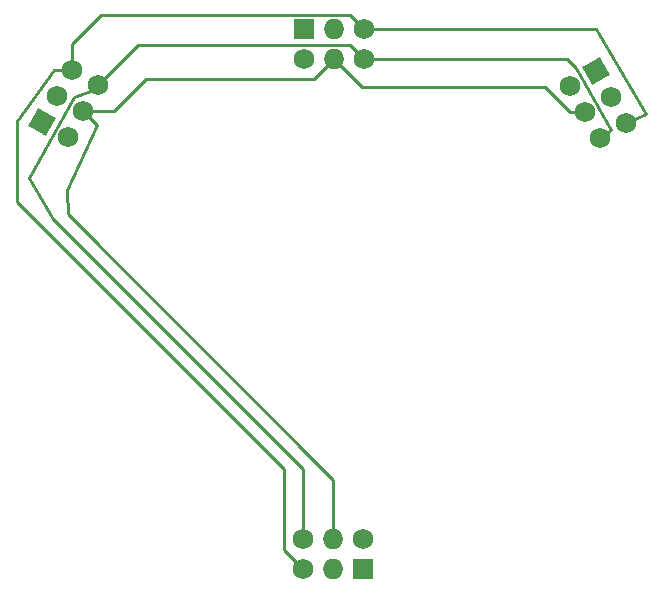
<source format=gbr>
G04 #@! TF.GenerationSoftware,KiCad,Pcbnew,(6.99.0-2452-gdb4f2d9dd8)*
G04 #@! TF.CreationDate,2022-07-29T14:02:09-05:00*
G04 #@! TF.ProjectId,VORTAC SAO Board,564f5254-4143-4205-9341-4f20426f6172,rev?*
G04 #@! TF.SameCoordinates,Original*
G04 #@! TF.FileFunction,Copper,L1,Top*
G04 #@! TF.FilePolarity,Positive*
%FSLAX46Y46*%
G04 Gerber Fmt 4.6, Leading zero omitted, Abs format (unit mm)*
G04 Created by KiCad (PCBNEW (6.99.0-2452-gdb4f2d9dd8)) date 2022-07-29 14:02:09*
%MOMM*%
%LPD*%
G01*
G04 APERTURE LIST*
G04 Aperture macros list*
%AMHorizOval*
0 Thick line with rounded ends*
0 $1 width*
0 $2 $3 position (X,Y) of the first rounded end (center of the circle)*
0 $4 $5 position (X,Y) of the second rounded end (center of the circle)*
0 Add line between two ends*
20,1,$1,$2,$3,$4,$5,0*
0 Add two circle primitives to create the rounded ends*
1,1,$1,$2,$3*
1,1,$1,$4,$5*%
%AMRotRect*
0 Rectangle, with rotation*
0 The origin of the aperture is its center*
0 $1 length*
0 $2 width*
0 $3 Rotation angle, in degrees counterclockwise*
0 Add horizontal line*
21,1,$1,$2,0,0,$3*%
G04 Aperture macros list end*
G04 #@! TA.AperFunction,ComponentPad*
%ADD10R,1.727200X1.727200*%
G04 #@! TD*
G04 #@! TA.AperFunction,ComponentPad*
%ADD11C,1.727200*%
G04 #@! TD*
G04 #@! TA.AperFunction,ComponentPad*
%ADD12O,1.727200X1.727200*%
G04 #@! TD*
G04 #@! TA.AperFunction,ComponentPad*
%ADD13RotRect,1.727200X1.727200X210.000000*%
G04 #@! TD*
G04 #@! TA.AperFunction,ComponentPad*
%ADD14HorizOval,1.727200X0.000000X0.000000X0.000000X0.000000X0*%
G04 #@! TD*
G04 #@! TA.AperFunction,ComponentPad*
%ADD15RotRect,1.727200X1.727200X330.000000*%
G04 #@! TD*
G04 #@! TA.AperFunction,ComponentPad*
%ADD16HorizOval,1.727200X0.000000X0.000000X0.000000X0.000000X0*%
G04 #@! TD*
G04 #@! TA.AperFunction,Conductor*
%ADD17C,0.250000*%
G04 #@! TD*
G04 APERTURE END LIST*
D10*
X142179999Y-118089999D03*
D11*
X142180000Y-115550000D03*
D12*
X139639999Y-118089999D03*
X139639999Y-115549999D03*
D11*
X137100000Y-118090000D03*
X137100000Y-115550000D03*
D13*
X161894531Y-75967256D03*
D11*
X159694827Y-77237257D03*
D14*
X163164531Y-78166961D03*
X160964826Y-79436961D03*
D11*
X164434532Y-80366666D03*
X162234827Y-81636666D03*
D10*
X137219999Y-72409999D03*
D11*
X137220000Y-74950000D03*
D12*
X139759999Y-72409999D03*
X139759999Y-74949999D03*
D11*
X142300000Y-72410000D03*
X142300000Y-74950000D03*
D15*
X115011092Y-80291382D03*
D11*
X117210798Y-81561383D03*
D16*
X116281092Y-78091677D03*
X118480797Y-79361677D03*
D11*
X117551093Y-75891974D03*
X119750798Y-77161974D03*
D17*
X138052800Y-76657200D02*
X123850400Y-76657200D01*
X119684800Y-80565680D02*
X117144800Y-86055200D01*
X139640000Y-110651600D02*
X139640000Y-115550000D01*
X117144800Y-86055200D02*
X117195600Y-88087200D01*
X123850400Y-76657200D02*
X121145922Y-79361678D01*
X159751762Y-79436962D02*
X160964827Y-79436962D01*
X117195600Y-88087200D02*
X139700000Y-110591600D01*
X121145922Y-79361678D02*
X118480798Y-79361678D01*
X139760000Y-74950000D02*
X142127600Y-77317600D01*
X139700000Y-110591600D02*
X139640000Y-110651600D01*
X118480798Y-79361678D02*
X119684800Y-80565680D01*
X139760000Y-74950000D02*
X138052800Y-76657200D01*
X157632400Y-77317600D02*
X159751762Y-79436962D01*
X142127600Y-77317600D02*
X157632400Y-77317600D01*
X142300000Y-72410000D02*
X161930400Y-72410000D01*
X141111400Y-71221400D02*
X120040600Y-71221400D01*
X117551093Y-73710907D02*
X117551093Y-75891974D01*
X161930400Y-72410000D02*
X161950400Y-72390000D01*
X120040600Y-71221400D02*
X117551093Y-73710907D01*
X112928400Y-80162400D02*
X112928400Y-87071200D01*
X166166800Y-79603600D02*
X164434532Y-80366666D01*
X117551093Y-75891974D02*
X116030426Y-75891974D01*
X161950400Y-72390000D02*
X166166800Y-79603600D01*
X116030426Y-75891974D02*
X112928400Y-80162400D01*
X142300000Y-72410000D02*
X141111400Y-71221400D01*
X112928400Y-87071200D02*
X135483600Y-109626400D01*
X135483600Y-109626400D02*
X135483600Y-116473600D01*
X135483600Y-116473600D02*
X137100000Y-118090000D01*
X115925600Y-88493600D02*
X137100000Y-109668000D01*
X119750798Y-77404002D02*
X119634000Y-77520800D01*
X142300000Y-74950000D02*
X141111400Y-73761400D01*
X113893600Y-84988400D02*
X115925600Y-88493600D01*
X159481200Y-74950000D02*
X160274000Y-75742800D01*
X117703600Y-78130400D02*
X113893600Y-84988400D01*
X137100000Y-109668000D02*
X137100000Y-115550000D01*
X119750798Y-77161974D02*
X119750798Y-77404002D01*
X160274000Y-75742800D02*
X163220400Y-80924400D01*
X141111400Y-73761400D02*
X123151372Y-73761400D01*
X163220400Y-80924400D02*
X162234827Y-81636666D01*
X142300000Y-74950000D02*
X159481200Y-74950000D01*
X123151372Y-73761400D02*
X119750798Y-77161974D01*
X119634000Y-77520800D02*
X117703600Y-78130400D01*
M02*

</source>
